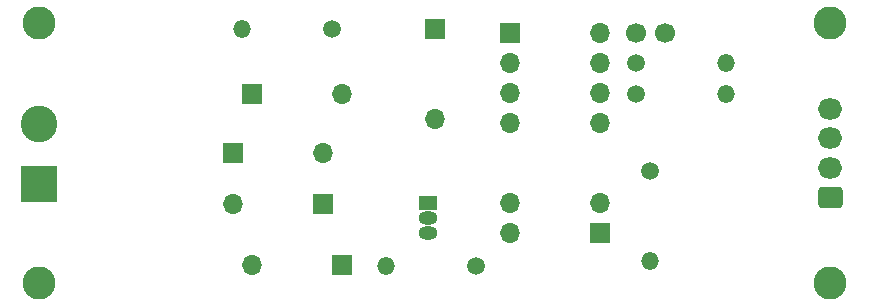
<source format=gbr>
%TF.GenerationSoftware,KiCad,Pcbnew,5.1.6-c6e7f7d~87~ubuntu20.04.1*%
%TF.CreationDate,2020-08-28T13:06:37+02:00*%
%TF.ProjectId,DCC,4443432e-6b69-4636-9164-5f7063625858,rev?*%
%TF.SameCoordinates,Original*%
%TF.FileFunction,Soldermask,Bot*%
%TF.FilePolarity,Negative*%
%FSLAX46Y46*%
G04 Gerber Fmt 4.6, Leading zero omitted, Abs format (unit mm)*
G04 Created by KiCad (PCBNEW 5.1.6-c6e7f7d~87~ubuntu20.04.1) date 2020-08-28 13:06:37*
%MOMM*%
%LPD*%
G01*
G04 APERTURE LIST*
%ADD10C,2.800000*%
%ADD11O,1.700000X1.700000*%
%ADD12R,1.700000X1.700000*%
%ADD13O,1.500000X1.500000*%
%ADD14C,1.500000*%
%ADD15R,1.600000X1.150000*%
%ADD16O,1.600000X1.150000*%
%ADD17O,2.050000X1.800000*%
%ADD18C,3.100000*%
%ADD19R,3.100000X3.100000*%
%ADD20C,1.700000*%
G04 APERTURE END LIST*
D10*
%TO.C,H4*%
X121000000Y-96000000D03*
%TD*%
%TO.C,H3*%
X121000000Y-74000000D03*
%TD*%
%TO.C,H2*%
X54000000Y-96000000D03*
%TD*%
%TO.C,H1*%
X54000000Y-74000000D03*
%TD*%
D11*
%TO.C,U2*%
X93880000Y-91738400D03*
X101500000Y-89198400D03*
X93880000Y-89198400D03*
D12*
X101500000Y-91738400D03*
%TD*%
D11*
%TO.C,U1*%
X101480600Y-74847400D03*
X93860600Y-82467400D03*
X101480600Y-77387400D03*
X93860600Y-79927400D03*
X101480600Y-79927400D03*
X93860600Y-77387400D03*
X101480600Y-82467400D03*
D12*
X93860600Y-74847400D03*
%TD*%
D13*
%TO.C,R5*%
X112120000Y-80000000D03*
D14*
X104500000Y-80000000D03*
%TD*%
D13*
%TO.C,R4*%
X112120000Y-77387400D03*
D14*
X104500000Y-77387400D03*
%TD*%
D13*
%TO.C,R3*%
X105722400Y-94120000D03*
D14*
X105722400Y-86500000D03*
%TD*%
D13*
%TO.C,R2*%
X71153000Y-74500000D03*
D14*
X78773000Y-74500000D03*
%TD*%
D13*
%TO.C,R1*%
X83380000Y-94507000D03*
D14*
X91000000Y-94507000D03*
%TD*%
D15*
%TO.C,Q1*%
X86901000Y-89173000D03*
D16*
X86901000Y-91713000D03*
X86901000Y-90443000D03*
%TD*%
D17*
%TO.C,J2*%
X121000000Y-81250000D03*
X121000000Y-83750000D03*
X121000000Y-86250000D03*
G36*
G01*
X121760294Y-89650000D02*
X120239706Y-89650000D01*
G75*
G02*
X119975000Y-89385294I0J264706D01*
G01*
X119975000Y-88114706D01*
G75*
G02*
X120239706Y-87850000I264706J0D01*
G01*
X121760294Y-87850000D01*
G75*
G02*
X122025000Y-88114706I0J-264706D01*
G01*
X122025000Y-89385294D01*
G75*
G02*
X121760294Y-89650000I-264706J0D01*
G01*
G37*
%TD*%
D18*
%TO.C,J1*%
X54000000Y-82500000D03*
D19*
X54000000Y-87580000D03*
%TD*%
D11*
%TO.C,D5*%
X87500000Y-82120000D03*
D12*
X87500000Y-74500000D03*
%TD*%
D11*
%TO.C,D4*%
X70380000Y-89325400D03*
D12*
X78000000Y-89325400D03*
%TD*%
D11*
%TO.C,D3*%
X78000000Y-85000000D03*
D12*
X70380000Y-85000000D03*
%TD*%
D11*
%TO.C,D2*%
X72000000Y-94430800D03*
D12*
X79620000Y-94430800D03*
%TD*%
D11*
%TO.C,D1*%
X79620000Y-80017800D03*
D12*
X72000000Y-80017800D03*
%TD*%
D20*
%TO.C,C1*%
X107003200Y-74796600D03*
X104503200Y-74796600D03*
%TD*%
M02*

</source>
